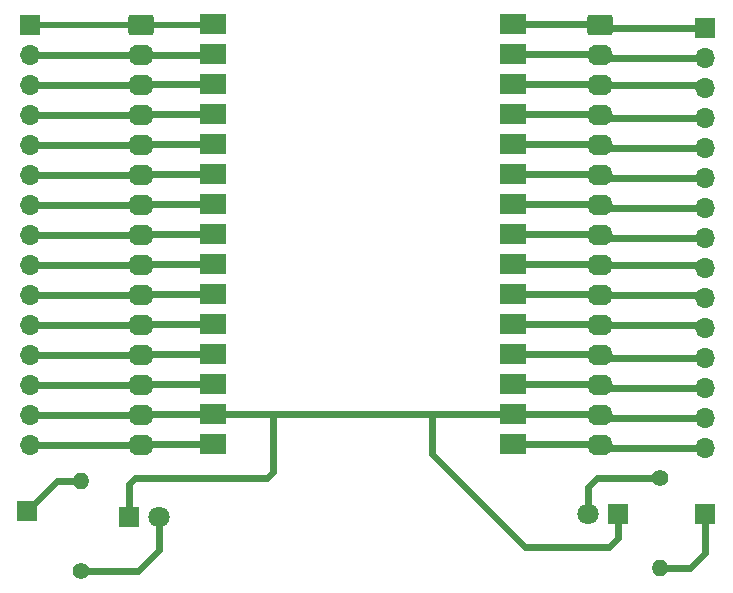
<source format=gbl>
%TF.GenerationSoftware,KiCad,Pcbnew,8.0.7*%
%TF.CreationDate,2025-01-22T20:40:03+05:30*%
%TF.ProjectId,Esp_Test,4573705f-5465-4737-942e-6b696361645f,rev?*%
%TF.SameCoordinates,Original*%
%TF.FileFunction,Copper,L2,Bot*%
%TF.FilePolarity,Positive*%
%FSLAX46Y46*%
G04 Gerber Fmt 4.6, Leading zero omitted, Abs format (unit mm)*
G04 Created by KiCad (PCBNEW 8.0.7) date 2025-01-22 20:40:03*
%MOMM*%
%LPD*%
G01*
G04 APERTURE LIST*
G04 Aperture macros list*
%AMRoundRect*
0 Rectangle with rounded corners*
0 $1 Rounding radius*
0 $2 $3 $4 $5 $6 $7 $8 $9 X,Y pos of 4 corners*
0 Add a 4 corners polygon primitive as box body*
4,1,4,$2,$3,$4,$5,$6,$7,$8,$9,$2,$3,0*
0 Add four circle primitives for the rounded corners*
1,1,$1+$1,$2,$3*
1,1,$1+$1,$4,$5*
1,1,$1+$1,$6,$7*
1,1,$1+$1,$8,$9*
0 Add four rect primitives between the rounded corners*
20,1,$1+$1,$2,$3,$4,$5,0*
20,1,$1+$1,$4,$5,$6,$7,0*
20,1,$1+$1,$6,$7,$8,$9,0*
20,1,$1+$1,$8,$9,$2,$3,0*%
G04 Aperture macros list end*
%TA.AperFunction,ComponentPad*%
%ADD10R,1.700000X1.700000*%
%TD*%
%TA.AperFunction,ComponentPad*%
%ADD11RoundRect,0.250000X-0.845000X0.620000X-0.845000X-0.620000X0.845000X-0.620000X0.845000X0.620000X0*%
%TD*%
%TA.AperFunction,ComponentPad*%
%ADD12O,2.190000X1.740000*%
%TD*%
%TA.AperFunction,ComponentPad*%
%ADD13R,2.300000X1.700000*%
%TD*%
%TA.AperFunction,ComponentPad*%
%ADD14C,1.400000*%
%TD*%
%TA.AperFunction,ComponentPad*%
%ADD15O,1.400000X1.400000*%
%TD*%
%TA.AperFunction,ComponentPad*%
%ADD16O,1.700000X1.700000*%
%TD*%
%TA.AperFunction,ComponentPad*%
%ADD17R,1.800000X1.800000*%
%TD*%
%TA.AperFunction,ComponentPad*%
%ADD18C,1.800000*%
%TD*%
%TA.AperFunction,Conductor*%
%ADD19C,0.550000*%
%TD*%
%TA.AperFunction,Conductor*%
%ADD20C,0.600000*%
%TD*%
G04 APERTURE END LIST*
D10*
%TO.P,J3,1,Pin_1*%
%TO.N,Net-(J3-Pin_1)*%
X255524000Y-81280000D03*
%TD*%
%TO.P,J2,1,Pin_1*%
%TO.N,Net-(J2-Pin_1)*%
X198120000Y-81026000D03*
%TD*%
D11*
%TO.P,J4,1,Pin_1*%
%TO.N,Net-(J4-Pin_1)*%
X246634000Y-39878000D03*
D12*
%TO.P,J4,2,Pin_2*%
%TO.N,Net-(J4-Pin_2)*%
X246634000Y-42418000D03*
%TO.P,J4,3,Pin_3*%
%TO.N,Net-(J4-Pin_3)*%
X246634000Y-44958000D03*
%TO.P,J4,4,Pin_4*%
%TO.N,Net-(J4-Pin_4)*%
X246634000Y-47498000D03*
%TO.P,J4,5,Pin_5*%
%TO.N,Net-(J4-Pin_5)*%
X246634000Y-50038000D03*
%TO.P,J4,6,Pin_6*%
%TO.N,Net-(J4-Pin_6)*%
X246634000Y-52578000D03*
%TO.P,J4,7,Pin_7*%
%TO.N,Net-(J4-Pin_7)*%
X246634000Y-55118000D03*
%TO.P,J4,8,Pin_8*%
%TO.N,Net-(J4-Pin_8)*%
X246634000Y-57658000D03*
%TO.P,J4,9,Pin_9*%
%TO.N,Net-(J4-Pin_9)*%
X246634000Y-60198000D03*
%TO.P,J4,10,Pin_10*%
%TO.N,Net-(J4-Pin_10)*%
X246634000Y-62738000D03*
%TO.P,J4,11,Pin_11*%
%TO.N,Net-(J4-Pin_11)*%
X246634000Y-65278000D03*
%TO.P,J4,12,Pin_12*%
%TO.N,Net-(J4-Pin_12)*%
X246634000Y-67818000D03*
%TO.P,J4,13,Pin_13*%
%TO.N,Net-(J4-Pin_13)*%
X246634000Y-70358000D03*
%TO.P,J4,14,Pin_14*%
%TO.N,GND*%
X246634000Y-72898000D03*
%TO.P,J4,15,Pin_15*%
%TO.N,Net-(J4-Pin_15)*%
X246634000Y-75438000D03*
%TD*%
D13*
%TO.P,U1,1,EN*%
%TO.N,Net-(J1-Pin_1)*%
X213800000Y-39790000D03*
%TO.P,U1,2,SENSOR_VP*%
%TO.N,Net-(J1-Pin_2)*%
X213800000Y-42330000D03*
%TO.P,U1,3,SENSOR_VN*%
%TO.N,Net-(J1-Pin_3)*%
X213800000Y-44870000D03*
%TO.P,U1,4,IO34*%
%TO.N,Net-(J1-Pin_4)*%
X213800000Y-47410000D03*
%TO.P,U1,5,IO35*%
%TO.N,Net-(J1-Pin_5)*%
X213800000Y-49950000D03*
%TO.P,U1,6,IO32*%
%TO.N,Net-(J1-Pin_6)*%
X213800000Y-52490000D03*
%TO.P,U1,7,IO33*%
%TO.N,Net-(J1-Pin_7)*%
X213800000Y-55030000D03*
%TO.P,U1,8,IO25*%
%TO.N,Net-(J1-Pin_8)*%
X213800000Y-57570000D03*
%TO.P,U1,9,IO26*%
%TO.N,Net-(J1-Pin_9)*%
X213800000Y-60110000D03*
%TO.P,U1,10,IO27*%
%TO.N,Net-(J1-Pin_10)*%
X213800000Y-62650000D03*
%TO.P,U1,11,IO14*%
%TO.N,Net-(J1-Pin_11)*%
X213800000Y-65190000D03*
%TO.P,U1,12,IO12*%
%TO.N,Net-(J1-Pin_12)*%
X213800000Y-67730000D03*
%TO.P,U1,13,IO13*%
%TO.N,Net-(J1-Pin_13)*%
X213800000Y-70270000D03*
%TO.P,U1,14,GND*%
%TO.N,GND*%
X213800000Y-72810000D03*
%TO.P,U1,15,VIN*%
%TO.N,Net-(J1-Pin_15)*%
X213800000Y-75350000D03*
%TO.P,U1,16,3V3*%
%TO.N,Net-(J4-Pin_15)*%
X239200000Y-75350000D03*
%TO.P,U1,17,GND*%
%TO.N,GND*%
X239200000Y-72810000D03*
%TO.P,U1,18,IO15*%
%TO.N,Net-(J4-Pin_13)*%
X239200000Y-70270000D03*
%TO.P,U1,19,IO2*%
%TO.N,Net-(J4-Pin_12)*%
X239200000Y-67730000D03*
%TO.P,U1,20,IO4*%
%TO.N,Net-(J4-Pin_11)*%
X239200000Y-65190000D03*
%TO.P,U1,21,IO16*%
%TO.N,Net-(J4-Pin_10)*%
X239200000Y-62650000D03*
%TO.P,U1,22,IO17*%
%TO.N,Net-(J4-Pin_9)*%
X239200000Y-60110000D03*
%TO.P,U1,23,IO5*%
%TO.N,Net-(J4-Pin_8)*%
X239200000Y-57570000D03*
%TO.P,U1,24,IO18*%
%TO.N,Net-(J4-Pin_7)*%
X239200000Y-55030000D03*
%TO.P,U1,25,IO19*%
%TO.N,Net-(J4-Pin_6)*%
X239200000Y-52490000D03*
%TO.P,U1,26,IO21*%
%TO.N,Net-(J4-Pin_5)*%
X239200000Y-49950000D03*
%TO.P,U1,27,RXD0/IO3*%
%TO.N,Net-(J4-Pin_4)*%
X239200000Y-47410000D03*
%TO.P,U1,28,TXD0/IO1*%
%TO.N,Net-(J4-Pin_3)*%
X239200000Y-44870000D03*
%TO.P,U1,29,IO22*%
%TO.N,Net-(J4-Pin_2)*%
X239200000Y-42330000D03*
%TO.P,U1,30,IO23*%
%TO.N,Net-(J4-Pin_1)*%
X239200000Y-39790000D03*
%TD*%
D14*
%TO.P,R1,1*%
%TO.N,Net-(D1-A)*%
X202692000Y-86106000D03*
D15*
%TO.P,R1,2*%
%TO.N,Net-(J2-Pin_1)*%
X202692000Y-78486000D03*
%TD*%
D10*
%TO.P,J1,1,Pin_1*%
%TO.N,Net-(J1-Pin_1)*%
X198374000Y-39878000D03*
D16*
%TO.P,J1,2,Pin_2*%
%TO.N,Net-(J1-Pin_2)*%
X198374000Y-42418000D03*
%TO.P,J1,3,Pin_3*%
%TO.N,Net-(J1-Pin_3)*%
X198374000Y-44958000D03*
%TO.P,J1,4,Pin_4*%
%TO.N,Net-(J1-Pin_4)*%
X198374000Y-47498000D03*
%TO.P,J1,5,Pin_5*%
%TO.N,Net-(J1-Pin_5)*%
X198374000Y-50038000D03*
%TO.P,J1,6,Pin_6*%
%TO.N,Net-(J1-Pin_6)*%
X198374000Y-52578000D03*
%TO.P,J1,7,Pin_7*%
%TO.N,Net-(J1-Pin_7)*%
X198374000Y-55118000D03*
%TO.P,J1,8,Pin_8*%
%TO.N,Net-(J1-Pin_8)*%
X198374000Y-57658000D03*
%TO.P,J1,9,Pin_9*%
%TO.N,Net-(J1-Pin_9)*%
X198374000Y-60198000D03*
%TO.P,J1,10,Pin_10*%
%TO.N,Net-(J1-Pin_10)*%
X198374000Y-62738000D03*
%TO.P,J1,11,Pin_11*%
%TO.N,Net-(J1-Pin_11)*%
X198374000Y-65278000D03*
%TO.P,J1,12,Pin_12*%
%TO.N,Net-(J1-Pin_12)*%
X198374000Y-67818000D03*
%TO.P,J1,13,Pin_13*%
%TO.N,Net-(J1-Pin_13)*%
X198374000Y-70358000D03*
%TO.P,J1,14,Pin_14*%
%TO.N,GND*%
X198374000Y-72898000D03*
%TO.P,J1,15,Pin_15*%
%TO.N,Net-(J1-Pin_15)*%
X198374000Y-75438000D03*
%TD*%
D14*
%TO.P,R2,1*%
%TO.N,Net-(D2-A)*%
X251714000Y-78232000D03*
D15*
%TO.P,R2,2*%
%TO.N,Net-(J3-Pin_1)*%
X251714000Y-85852000D03*
%TD*%
D17*
%TO.P,D1,1,K*%
%TO.N,GND*%
X206751000Y-81534000D03*
D18*
%TO.P,D1,2,A*%
%TO.N,Net-(D1-A)*%
X209291000Y-81534000D03*
%TD*%
D11*
%TO.P,J5,1,Pin_1*%
%TO.N,Net-(J1-Pin_1)*%
X207772000Y-39878000D03*
D12*
%TO.P,J5,2,Pin_2*%
%TO.N,Net-(J1-Pin_2)*%
X207772000Y-42418000D03*
%TO.P,J5,3,Pin_3*%
%TO.N,Net-(J1-Pin_3)*%
X207772000Y-44958000D03*
%TO.P,J5,4,Pin_4*%
%TO.N,Net-(J1-Pin_4)*%
X207772000Y-47498000D03*
%TO.P,J5,5,Pin_5*%
%TO.N,Net-(J1-Pin_5)*%
X207772000Y-50038000D03*
%TO.P,J5,6,Pin_6*%
%TO.N,Net-(J1-Pin_6)*%
X207772000Y-52578000D03*
%TO.P,J5,7,Pin_7*%
%TO.N,Net-(J1-Pin_7)*%
X207772000Y-55118000D03*
%TO.P,J5,8,Pin_8*%
%TO.N,Net-(J1-Pin_8)*%
X207772000Y-57658000D03*
%TO.P,J5,9,Pin_9*%
%TO.N,Net-(J1-Pin_9)*%
X207772000Y-60198000D03*
%TO.P,J5,10,Pin_10*%
%TO.N,Net-(J1-Pin_10)*%
X207772000Y-62738000D03*
%TO.P,J5,11,Pin_11*%
%TO.N,Net-(J1-Pin_11)*%
X207772000Y-65278000D03*
%TO.P,J5,12,Pin_12*%
%TO.N,Net-(J1-Pin_12)*%
X207772000Y-67818000D03*
%TO.P,J5,13,Pin_13*%
%TO.N,Net-(J1-Pin_13)*%
X207772000Y-70358000D03*
%TO.P,J5,14,Pin_14*%
%TO.N,GND*%
X207772000Y-72898000D03*
%TO.P,J5,15,Pin_15*%
%TO.N,Net-(J1-Pin_15)*%
X207772000Y-75438000D03*
%TD*%
D17*
%TO.P,D2,1,K*%
%TO.N,GND*%
X248158000Y-81280000D03*
D18*
%TO.P,D2,2,A*%
%TO.N,Net-(D2-A)*%
X245618000Y-81280000D03*
%TD*%
D10*
%TO.P,J6,1,Pin_1*%
%TO.N,Net-(J4-Pin_1)*%
X255524000Y-40132000D03*
D16*
%TO.P,J6,2,Pin_2*%
%TO.N,Net-(J4-Pin_2)*%
X255524000Y-42672000D03*
%TO.P,J6,3,Pin_3*%
%TO.N,Net-(J4-Pin_3)*%
X255524000Y-45212000D03*
%TO.P,J6,4,Pin_4*%
%TO.N,Net-(J4-Pin_4)*%
X255524000Y-47752000D03*
%TO.P,J6,5,Pin_5*%
%TO.N,Net-(J4-Pin_5)*%
X255524000Y-50292000D03*
%TO.P,J6,6,Pin_6*%
%TO.N,Net-(J4-Pin_6)*%
X255524000Y-52832000D03*
%TO.P,J6,7,Pin_7*%
%TO.N,Net-(J4-Pin_7)*%
X255524000Y-55372000D03*
%TO.P,J6,8,Pin_8*%
%TO.N,Net-(J4-Pin_8)*%
X255524000Y-57912000D03*
%TO.P,J6,9,Pin_9*%
%TO.N,Net-(J4-Pin_9)*%
X255524000Y-60452000D03*
%TO.P,J6,10,Pin_10*%
%TO.N,Net-(J4-Pin_10)*%
X255524000Y-62992000D03*
%TO.P,J6,11,Pin_11*%
%TO.N,Net-(J4-Pin_11)*%
X255524000Y-65532000D03*
%TO.P,J6,12,Pin_12*%
%TO.N,Net-(J4-Pin_12)*%
X255524000Y-68072000D03*
%TO.P,J6,13,Pin_13*%
%TO.N,Net-(J4-Pin_13)*%
X255524000Y-70612000D03*
%TO.P,J6,14,Pin_14*%
%TO.N,GND*%
X255524000Y-73152000D03*
%TO.P,J6,15,Pin_15*%
%TO.N,Net-(J4-Pin_15)*%
X255524000Y-75692000D03*
%TD*%
D19*
%TO.N,Net-(J1-Pin_1)*%
X207772000Y-39878000D02*
X213712000Y-39878000D01*
X198374000Y-39878000D02*
X207772000Y-39878000D01*
X213712000Y-39878000D02*
X213800000Y-39790000D01*
D20*
%TO.N,Net-(J1-Pin_4)*%
X207860000Y-47410000D02*
X207772000Y-47498000D01*
X213800000Y-47410000D02*
X207860000Y-47410000D01*
X198374000Y-47498000D02*
X207772000Y-47498000D01*
%TO.N,Net-(J1-Pin_15)*%
X213800000Y-75350000D02*
X207860000Y-75350000D01*
X198374000Y-75438000D02*
X207772000Y-75438000D01*
X207860000Y-75350000D02*
X207772000Y-75438000D01*
%TO.N,Net-(J1-Pin_3)*%
X198374000Y-44958000D02*
X207772000Y-44958000D01*
X207860000Y-44870000D02*
X207772000Y-44958000D01*
X213800000Y-44870000D02*
X207860000Y-44870000D01*
%TO.N,Net-(J1-Pin_13)*%
X198374000Y-70358000D02*
X207772000Y-70358000D01*
X213800000Y-70270000D02*
X207860000Y-70270000D01*
X207860000Y-70270000D02*
X207772000Y-70358000D01*
%TO.N,Net-(J1-Pin_7)*%
X213800000Y-55030000D02*
X207860000Y-55030000D01*
X207860000Y-55030000D02*
X207772000Y-55118000D01*
X198374000Y-55118000D02*
X207772000Y-55118000D01*
%TO.N,Net-(J1-Pin_2)*%
X213712000Y-42418000D02*
X213800000Y-42330000D01*
X198374000Y-42418000D02*
X207772000Y-42418000D01*
X207772000Y-42418000D02*
X213712000Y-42418000D01*
%TO.N,Net-(J1-Pin_11)*%
X207860000Y-65190000D02*
X207772000Y-65278000D01*
X198374000Y-65278000D02*
X207772000Y-65278000D01*
X213800000Y-65190000D02*
X207860000Y-65190000D01*
%TO.N,Net-(J1-Pin_9)*%
X198374000Y-60198000D02*
X207772000Y-60198000D01*
X213800000Y-60110000D02*
X207860000Y-60110000D01*
X207860000Y-60110000D02*
X207772000Y-60198000D01*
%TO.N,Net-(J1-Pin_10)*%
X207860000Y-62650000D02*
X207772000Y-62738000D01*
X198374000Y-62738000D02*
X207772000Y-62738000D01*
X213800000Y-62650000D02*
X207860000Y-62650000D01*
%TO.N,GND*%
X239200000Y-72810000D02*
X246546000Y-72810000D01*
X213800000Y-72810000D02*
X207860000Y-72810000D01*
X218860000Y-72810000D02*
X213800000Y-72810000D01*
X239200000Y-72810000D02*
X232918000Y-72810000D01*
X207264000Y-78232000D02*
X218440000Y-78232000D01*
X206751000Y-81534000D02*
X206751000Y-78745000D01*
X248158000Y-83312000D02*
X247396000Y-84074000D01*
X232498000Y-72810000D02*
X232410000Y-72898000D01*
X240227000Y-84074000D02*
X232410000Y-76257000D01*
X247396000Y-84074000D02*
X240227000Y-84074000D01*
X218440000Y-78232000D02*
X218948000Y-77724000D01*
X255524000Y-73152000D02*
X246888000Y-73152000D01*
X207860000Y-72810000D02*
X207772000Y-72898000D01*
X206751000Y-78745000D02*
X207264000Y-78232000D01*
X232918000Y-72810000D02*
X232498000Y-72810000D01*
X218948000Y-72898000D02*
X218860000Y-72810000D01*
X218948000Y-77724000D02*
X218948000Y-72898000D01*
X248158000Y-81280000D02*
X248158000Y-83312000D01*
X232410000Y-72898000D02*
X232410000Y-76257000D01*
X246546000Y-72810000D02*
X246634000Y-72898000D01*
X246888000Y-73152000D02*
X246634000Y-72898000D01*
X218860000Y-72810000D02*
X232918000Y-72810000D01*
X198374000Y-72898000D02*
X207772000Y-72898000D01*
X213800000Y-72810000D02*
X239200000Y-72810000D01*
%TO.N,Net-(J1-Pin_12)*%
X213800000Y-67730000D02*
X207860000Y-67730000D01*
X207860000Y-67730000D02*
X207772000Y-67818000D01*
X198374000Y-67818000D02*
X207772000Y-67818000D01*
%TO.N,Net-(J1-Pin_6)*%
X198374000Y-52578000D02*
X207772000Y-52578000D01*
X207860000Y-52490000D02*
X207772000Y-52578000D01*
X213800000Y-52490000D02*
X207860000Y-52490000D01*
%TO.N,Net-(J1-Pin_5)*%
X207860000Y-49950000D02*
X207772000Y-50038000D01*
X198374000Y-50038000D02*
X207772000Y-50038000D01*
X213800000Y-49950000D02*
X207860000Y-49950000D01*
%TO.N,Net-(J1-Pin_8)*%
X198374000Y-57658000D02*
X207772000Y-57658000D01*
X213800000Y-57570000D02*
X207860000Y-57570000D01*
X207860000Y-57570000D02*
X207772000Y-57658000D01*
%TO.N,Net-(D1-A)*%
X202692000Y-86106000D02*
X205740000Y-86106000D01*
X202692000Y-86106000D02*
X207518000Y-86106000D01*
X205740000Y-86106000D02*
X207010000Y-86106000D01*
X207518000Y-86106000D02*
X209296000Y-84328000D01*
X209296000Y-84328000D02*
X209296000Y-83820000D01*
X209291000Y-83815000D02*
X209291000Y-81534000D01*
X209296000Y-83820000D02*
X209291000Y-83815000D01*
%TO.N,Net-(J4-Pin_9)*%
X239200000Y-60110000D02*
X246546000Y-60110000D01*
X246546000Y-60110000D02*
X246634000Y-60198000D01*
X246634000Y-60198000D02*
X255270000Y-60198000D01*
X255270000Y-60198000D02*
X255524000Y-60452000D01*
%TO.N,Net-(J4-Pin_3)*%
X239200000Y-44870000D02*
X246546000Y-44870000D01*
X246546000Y-44870000D02*
X246634000Y-44958000D01*
X255524000Y-45212000D02*
X255270000Y-45212000D01*
X255270000Y-45212000D02*
X255016000Y-44958000D01*
X255016000Y-44958000D02*
X246634000Y-44958000D01*
%TO.N,Net-(J4-Pin_6)*%
X246888000Y-52832000D02*
X246634000Y-52578000D01*
X246546000Y-52490000D02*
X246634000Y-52578000D01*
X239200000Y-52490000D02*
X246546000Y-52490000D01*
X255524000Y-52832000D02*
X246888000Y-52832000D01*
%TO.N,Net-(J4-Pin_11)*%
X239200000Y-65190000D02*
X246546000Y-65190000D01*
X255270000Y-65278000D02*
X255524000Y-65532000D01*
X246634000Y-65278000D02*
X255270000Y-65278000D01*
X246546000Y-65190000D02*
X246634000Y-65278000D01*
%TO.N,Net-(J4-Pin_13)*%
X255524000Y-70612000D02*
X246888000Y-70612000D01*
X246888000Y-70612000D02*
X246634000Y-70358000D01*
X246546000Y-70270000D02*
X246634000Y-70358000D01*
X239200000Y-70270000D02*
X246546000Y-70270000D01*
%TO.N,Net-(J4-Pin_4)*%
X246888000Y-47752000D02*
X246634000Y-47498000D01*
X246546000Y-47410000D02*
X246634000Y-47498000D01*
X239200000Y-47410000D02*
X246546000Y-47410000D01*
X255524000Y-47752000D02*
X246888000Y-47752000D01*
%TO.N,Net-(J4-Pin_15)*%
X239200000Y-75350000D02*
X246546000Y-75350000D01*
X255524000Y-75692000D02*
X246888000Y-75692000D01*
X246546000Y-75350000D02*
X246634000Y-75438000D01*
X246888000Y-75692000D02*
X246634000Y-75438000D01*
%TO.N,Net-(J4-Pin_5)*%
X255524000Y-50292000D02*
X246888000Y-50292000D01*
X246888000Y-50292000D02*
X246634000Y-50038000D01*
X246546000Y-49950000D02*
X246634000Y-50038000D01*
X239200000Y-49950000D02*
X246546000Y-49950000D01*
%TO.N,Net-(J4-Pin_2)*%
X239200000Y-42330000D02*
X246546000Y-42330000D01*
X246546000Y-42330000D02*
X246634000Y-42418000D01*
X246888000Y-42672000D02*
X246634000Y-42418000D01*
X255524000Y-42672000D02*
X246888000Y-42672000D01*
%TO.N,Net-(J4-Pin_10)*%
X246634000Y-62738000D02*
X255270000Y-62738000D01*
X239200000Y-62650000D02*
X246546000Y-62650000D01*
X255270000Y-62738000D02*
X255524000Y-62992000D01*
X246546000Y-62650000D02*
X246634000Y-62738000D01*
%TO.N,Net-(J4-Pin_7)*%
X246546000Y-55030000D02*
X246634000Y-55118000D01*
X246888000Y-55372000D02*
X246634000Y-55118000D01*
X239200000Y-55030000D02*
X246546000Y-55030000D01*
X255524000Y-55372000D02*
X246888000Y-55372000D01*
%TO.N,Net-(J4-Pin_8)*%
X246546000Y-57570000D02*
X246634000Y-57658000D01*
X246888000Y-57912000D02*
X246634000Y-57658000D01*
X255524000Y-57912000D02*
X246888000Y-57912000D01*
X239200000Y-57570000D02*
X246546000Y-57570000D01*
%TO.N,Net-(J4-Pin_12)*%
X246888000Y-68072000D02*
X246634000Y-67818000D01*
X246546000Y-67730000D02*
X246634000Y-67818000D01*
X255524000Y-68072000D02*
X246888000Y-68072000D01*
X239200000Y-67730000D02*
X246546000Y-67730000D01*
%TO.N,Net-(J4-Pin_1)*%
X247142000Y-39878000D02*
X247396000Y-40132000D01*
X247396000Y-40132000D02*
X255524000Y-40132000D01*
X246634000Y-39878000D02*
X247142000Y-39878000D01*
X246546000Y-39790000D02*
X246634000Y-39878000D01*
X239200000Y-39790000D02*
X246546000Y-39790000D01*
%TO.N,Net-(D2-A)*%
X245618000Y-81280000D02*
X245618000Y-78994000D01*
X246126000Y-78486000D02*
X246380000Y-78232000D01*
X245618000Y-78994000D02*
X246380000Y-78232000D01*
X246380000Y-78232000D02*
X251714000Y-78232000D01*
%TO.N,Net-(J2-Pin_1)*%
X202692000Y-78486000D02*
X200660000Y-78486000D01*
X200660000Y-78486000D02*
X198120000Y-81026000D01*
%TO.N,Net-(J3-Pin_1)*%
X255524000Y-84582000D02*
X254254000Y-85852000D01*
X255524000Y-81280000D02*
X255524000Y-84582000D01*
X254254000Y-85852000D02*
X251714000Y-85852000D01*
%TD*%
M02*

</source>
